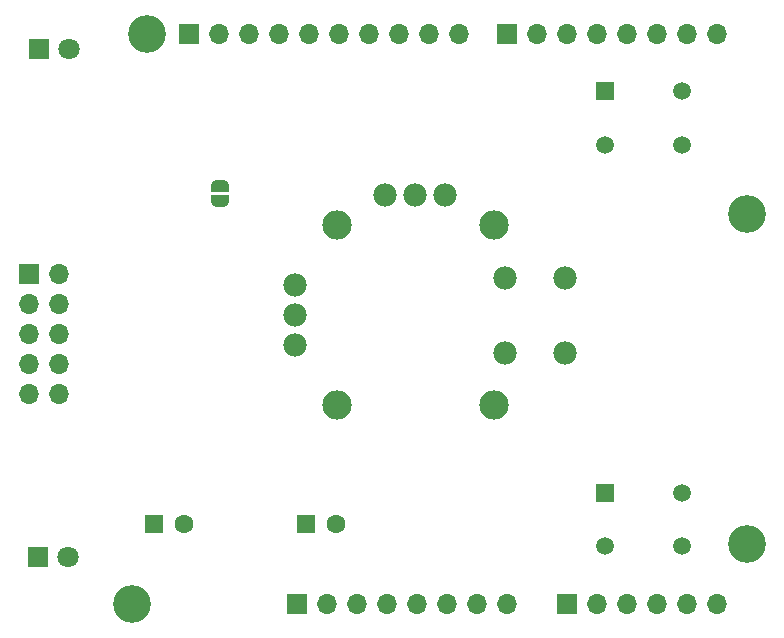
<source format=gbr>
%TF.GenerationSoftware,KiCad,Pcbnew,7.0.2-0*%
%TF.CreationDate,2024-01-05T14:52:03-05:00*%
%TF.ProjectId,ControllerShield,436f6e74-726f-46c6-9c65-72536869656c,rev?*%
%TF.SameCoordinates,Original*%
%TF.FileFunction,Soldermask,Bot*%
%TF.FilePolarity,Negative*%
%FSLAX46Y46*%
G04 Gerber Fmt 4.6, Leading zero omitted, Abs format (unit mm)*
G04 Created by KiCad (PCBNEW 7.0.2-0) date 2024-01-05 14:52:03*
%MOMM*%
%LPD*%
G01*
G04 APERTURE LIST*
G04 Aperture macros list*
%AMFreePoly0*
4,1,19,0.500000,-0.750000,0.000000,-0.750000,0.000000,-0.744911,-0.071157,-0.744911,-0.207708,-0.704816,-0.327430,-0.627875,-0.420627,-0.520320,-0.479746,-0.390866,-0.500000,-0.250000,-0.500000,0.250000,-0.479746,0.390866,-0.420627,0.520320,-0.327430,0.627875,-0.207708,0.704816,-0.071157,0.744911,0.000000,0.744911,0.000000,0.750000,0.500000,0.750000,0.500000,-0.750000,0.500000,-0.750000,
$1*%
%AMFreePoly1*
4,1,19,0.000000,0.744911,0.071157,0.744911,0.207708,0.704816,0.327430,0.627875,0.420627,0.520320,0.479746,0.390866,0.500000,0.250000,0.500000,-0.250000,0.479746,-0.390866,0.420627,-0.520320,0.327430,-0.627875,0.207708,-0.704816,0.071157,-0.744911,0.000000,-0.744911,0.000000,-0.750000,-0.500000,-0.750000,-0.500000,0.750000,0.000000,0.750000,0.000000,0.744911,0.000000,0.744911,
$1*%
G04 Aperture macros list end*
%ADD10R,1.700000X1.700000*%
%ADD11O,1.700000X1.700000*%
%ADD12R,1.800000X1.800000*%
%ADD13C,1.800000*%
%ADD14R,1.600000X1.600000*%
%ADD15C,1.600000*%
%ADD16C,1.982000*%
%ADD17C,2.490000*%
%ADD18R,1.498600X1.498600*%
%ADD19C,1.498600*%
%ADD20C,3.200000*%
%ADD21FreePoly0,90.000000*%
%ADD22FreePoly1,90.000000*%
G04 APERTURE END LIST*
D10*
%TO.C,J1*%
X149890000Y-138655000D03*
D11*
X152430000Y-138655000D03*
X154970000Y-138655000D03*
X157510000Y-138655000D03*
X160050000Y-138655000D03*
X162590000Y-138655000D03*
X165130000Y-138655000D03*
X167670000Y-138655000D03*
%TD*%
D10*
%TO.C,J3*%
X172750000Y-138655000D03*
D11*
X175290000Y-138655000D03*
X177830000Y-138655000D03*
X180370000Y-138655000D03*
X182910000Y-138655000D03*
X185450000Y-138655000D03*
%TD*%
D10*
%TO.C,J2*%
X140746000Y-90395000D03*
D11*
X143286000Y-90395000D03*
X145826000Y-90395000D03*
X148366000Y-90395000D03*
X150906000Y-90395000D03*
X153446000Y-90395000D03*
X155986000Y-90395000D03*
X158526000Y-90395000D03*
X161066000Y-90395000D03*
X163606000Y-90395000D03*
%TD*%
D10*
%TO.C,J4*%
X167670000Y-90395000D03*
D11*
X170210000Y-90395000D03*
X172750000Y-90395000D03*
X175290000Y-90395000D03*
X177830000Y-90395000D03*
X180370000Y-90395000D03*
X182910000Y-90395000D03*
X185450000Y-90395000D03*
%TD*%
D12*
%TO.C,D1*%
X128025000Y-134650000D03*
D13*
X130565000Y-134650000D03*
%TD*%
D14*
%TO.C,C8*%
X137850000Y-131900000D03*
D15*
X140350000Y-131900000D03*
%TD*%
D16*
%TO.C,U1*%
X172650000Y-111020000D03*
X172650000Y-117370000D03*
X167570000Y-111020000D03*
X167570000Y-117370000D03*
X149790000Y-111655000D03*
X149790000Y-114195000D03*
X149790000Y-116735000D03*
D17*
X166617500Y-106575000D03*
X153282500Y-106575000D03*
X153282500Y-121815000D03*
X166617500Y-121815000D03*
D16*
X162490000Y-104035000D03*
X159950000Y-104035000D03*
X157410000Y-104035000D03*
%TD*%
D12*
%TO.C,D2*%
X128075000Y-91700000D03*
D13*
X130615000Y-91700000D03*
%TD*%
D18*
%TO.C,SW1*%
X175999999Y-129260599D03*
D19*
X182500001Y-129260599D03*
X175999999Y-133760600D03*
X182500001Y-133760600D03*
%TD*%
D18*
%TO.C,SW2*%
X175999999Y-95260599D03*
D19*
X182500001Y-95260599D03*
X175999999Y-99760600D03*
X182500001Y-99760600D03*
%TD*%
D20*
%TO.C,MH1*%
X137190000Y-90395000D03*
%TD*%
D10*
%TO.C,J5*%
X127210000Y-110750000D03*
D11*
X129750000Y-110750000D03*
X127210000Y-113290000D03*
X129750000Y-113290000D03*
X127210000Y-115830000D03*
X129750000Y-115830000D03*
X127210000Y-118370000D03*
X129750000Y-118370000D03*
X127210000Y-120910000D03*
X129750000Y-120910000D03*
%TD*%
D20*
%TO.C,MH2*%
X135920000Y-138655000D03*
%TD*%
%TO.C,MH3*%
X187990000Y-105635000D03*
%TD*%
%TO.C,MH4*%
X187990000Y-133575000D03*
%TD*%
D14*
%TO.C,C5*%
X150717621Y-131900000D03*
D15*
X153217621Y-131900000D03*
%TD*%
D21*
%TO.C,JP1*%
X143400000Y-104570000D03*
D22*
X143400000Y-103270000D03*
%TD*%
M02*

</source>
